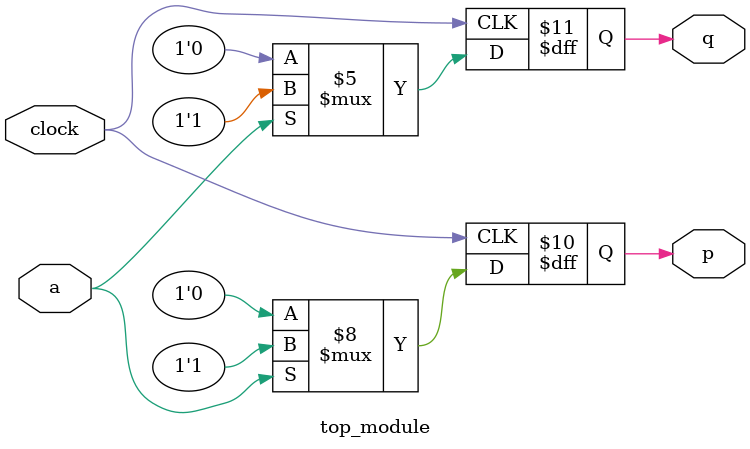
<source format=sv>
module top_module (
	input clock,
	input a, 
	output reg p,
	output reg q
);

	always @(posedge clock) begin
		if (a == 0) begin
			p <= 0;
		end else begin
			p <= 1;
		end
		
		if (a == 1) begin
			q <= 1;
		end else begin
			q <= 0;
		end
	end
endmodule

</source>
